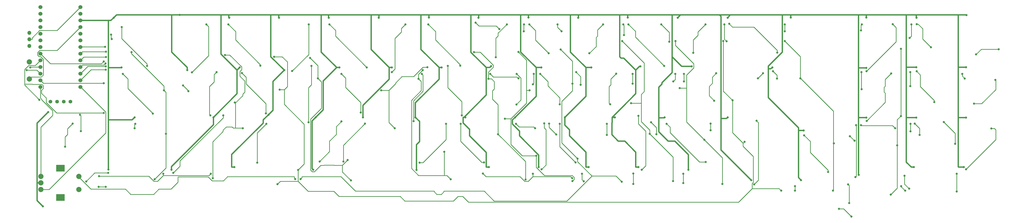
<source format=gtl>
G04 #@! TF.GenerationSoftware,KiCad,Pcbnew,(5.1.12)-1*
G04 #@! TF.CreationDate,2023-11-03T11:44:58+09:00*
G04 #@! TF.ProjectId,jtnk64w,6a746e6b-3634-4772-9e6b-696361645f70,rev?*
G04 #@! TF.SameCoordinates,Original*
G04 #@! TF.FileFunction,Copper,L1,Top*
G04 #@! TF.FilePolarity,Positive*
%FSLAX46Y46*%
G04 Gerber Fmt 4.6, Leading zero omitted, Abs format (unit mm)*
G04 Created by KiCad (PCBNEW (5.1.12)-1) date 2023-11-03 11:44:58*
%MOMM*%
%LPD*%
G01*
G04 APERTURE LIST*
G04 #@! TA.AperFunction,ComponentPad*
%ADD10C,1.524000*%
G04 #@! TD*
G04 #@! TA.AperFunction,ComponentPad*
%ADD11C,2.000000*%
G04 #@! TD*
G04 #@! TA.AperFunction,ComponentPad*
%ADD12R,3.200000X2.500000*%
G04 #@! TD*
G04 #@! TA.AperFunction,ComponentPad*
%ADD13C,1.397000*%
G04 #@! TD*
G04 #@! TA.AperFunction,ComponentPad*
%ADD14O,1.500000X1.500000*%
G04 #@! TD*
G04 #@! TA.AperFunction,ViaPad*
%ADD15C,0.800000*%
G04 #@! TD*
G04 #@! TA.AperFunction,Conductor*
%ADD16C,0.250000*%
G04 #@! TD*
G04 #@! TA.AperFunction,Conductor*
%ADD17C,0.500000*%
G04 #@! TD*
G04 APERTURE END LIST*
D10*
X43282400Y-35528200D03*
X43282400Y-38068200D03*
X43282400Y-40608200D03*
X43282400Y-43148200D03*
X43282400Y-45688200D03*
X43282400Y-48228200D03*
X43282400Y-50768200D03*
X43282400Y-53308200D03*
X43282400Y-55848200D03*
X43282400Y-58388200D03*
X43282400Y-60928200D03*
X43282400Y-63468200D03*
X28062400Y-63468200D03*
X28062400Y-60928200D03*
X28062400Y-58388200D03*
X28062400Y-55848200D03*
X28062400Y-53308200D03*
X28062400Y-50768200D03*
X28062400Y-48228200D03*
X28062400Y-45688200D03*
X28062400Y-43148200D03*
X28062400Y-40608200D03*
X28062400Y-38068200D03*
X28062400Y-35528200D03*
X28062400Y-32988200D03*
X43282400Y-32988200D03*
D11*
X23812500Y-53900000D03*
X23812500Y-60400000D03*
X42718800Y-102512000D03*
X42718800Y-97512000D03*
D12*
X35718800Y-105612000D03*
X35718800Y-94412000D03*
D11*
X28218800Y-102512000D03*
X28218800Y-100012000D03*
X28218800Y-97512000D03*
D13*
X39528800Y-69056200D03*
X36988800Y-69056200D03*
X34448800Y-69056200D03*
X31908800Y-69056200D03*
D14*
X23862500Y-47743800D03*
X23862500Y-45243800D03*
X23862500Y-42743800D03*
D15*
X52189200Y-73331800D03*
X216658200Y-79172700D03*
X209325300Y-77456700D03*
X27670000Y-68300000D03*
X24171700Y-55965500D03*
X230745800Y-98214100D03*
X93000900Y-96503500D03*
X74919300Y-96508200D03*
X50429200Y-97496500D03*
X196696600Y-96490700D03*
X215764400Y-96508500D03*
X356185100Y-101253300D03*
X357631700Y-102993400D03*
X55229600Y-45163900D03*
X55007200Y-43426500D03*
X203021700Y-41307100D03*
X193890700Y-38857000D03*
X52167500Y-53665900D03*
X210290300Y-60165900D03*
X199547200Y-58444200D03*
X52931500Y-101518900D03*
X50234300Y-101518900D03*
X82390000Y-62800000D03*
X84430000Y-65006800D03*
X212265500Y-42199800D03*
X212413600Y-39535500D03*
X215803300Y-62377400D03*
X216124300Y-58449100D03*
X224629900Y-81541400D03*
X221924100Y-77431700D03*
X235147700Y-99451900D03*
X234512300Y-96498200D03*
X226712000Y-42208000D03*
X225171500Y-39531100D03*
X234013000Y-62579400D03*
X232258600Y-57756200D03*
X243924400Y-81678600D03*
X243973500Y-77444500D03*
X254005800Y-100431000D03*
X254005800Y-96480000D03*
X250516600Y-43593100D03*
X250204900Y-39541300D03*
X253818800Y-62128800D03*
X253818800Y-58442600D03*
X262822600Y-81496500D03*
X260827700Y-76892300D03*
X273049000Y-100081000D03*
X273049000Y-96500800D03*
X267718700Y-46168800D03*
X264691300Y-39541300D03*
X273366600Y-61299500D03*
X273366600Y-58432400D03*
X283488900Y-79911800D03*
X283488900Y-77430800D03*
X288788300Y-39548500D03*
X289575200Y-45995010D03*
X301544800Y-60163000D03*
X303497500Y-58210300D03*
X315678100Y-102980300D03*
X315678100Y-101270400D03*
X311746800Y-42214100D03*
X311746800Y-39554600D03*
X340861000Y-41838900D03*
X341166600Y-39541300D03*
X341056700Y-64271500D03*
X340996600Y-57756200D03*
X353901800Y-79169300D03*
X340805600Y-77979500D03*
X338330800Y-83923600D03*
X336605700Y-82198500D03*
X336357900Y-107741000D03*
X335918800Y-100619000D03*
X359373000Y-44699900D03*
X360003600Y-39531100D03*
X359590700Y-63071800D03*
X359590700Y-57756200D03*
X359737700Y-77452600D03*
X359737700Y-80373000D03*
X359174900Y-102248800D03*
X357432600Y-97301400D03*
X380370400Y-60183700D03*
X379413500Y-58453700D03*
X376726000Y-85109700D03*
X372382300Y-76817500D03*
X377339100Y-103319400D03*
X377339100Y-96549990D03*
X81110000Y-35890000D03*
X84000000Y-57000000D03*
X100000000Y-37000000D03*
X104000000Y-56000000D03*
X94000000Y-75000000D03*
X78000000Y-95000000D03*
X119000000Y-37000000D03*
X115000000Y-74000000D03*
X102000000Y-94000000D03*
X138000000Y-37000000D03*
X142000000Y-56000000D03*
X133000000Y-75000000D03*
X132000000Y-95000000D03*
X157000000Y-37000000D03*
X162000000Y-56000000D03*
X151000000Y-75000000D03*
X176110000Y-36890000D03*
X181000000Y-56000000D03*
X171000000Y-75000000D03*
X195000000Y-37000000D03*
X190000000Y-75000000D03*
X199000000Y-94000000D03*
X214110000Y-36890000D03*
X219000000Y-56000000D03*
X209000000Y-75000000D03*
X218000000Y-94000000D03*
X233000000Y-37000000D03*
X238000000Y-56000000D03*
X228000000Y-75000000D03*
X237000000Y-94000000D03*
X251890000Y-36890000D03*
X247000000Y-75000000D03*
X256000000Y-94000000D03*
X266000000Y-75000000D03*
X271000000Y-37000000D03*
X275000000Y-95000000D03*
X290000000Y-37000000D03*
X290000000Y-75000000D03*
X299000000Y-99000000D03*
X314110000Y-36890000D03*
X307000000Y-56000000D03*
X319000000Y-80000000D03*
X318000000Y-99000000D03*
X342890000Y-36890000D03*
X342890000Y-56110000D03*
X342890000Y-75110000D03*
X340000000Y-97000000D03*
X362000000Y-37000000D03*
X361890000Y-55890000D03*
X361890000Y-75110000D03*
X361000000Y-94000000D03*
X380890000Y-55890000D03*
X380890000Y-75110000D03*
X380000000Y-94000000D03*
X29000000Y-109000000D03*
X64000000Y-75000000D03*
X59000000Y-56000000D03*
X53931800Y-94931800D03*
X56000000Y-37000000D03*
X31000000Y-73000000D03*
X381000000Y-36012910D03*
X120999980Y-57000000D03*
X171400000Y-95130000D03*
X199850000Y-55480000D03*
X256790000Y-55570000D03*
X276280000Y-55520000D03*
X40382600Y-77375100D03*
X37490790Y-86242710D03*
X53895900Y-96220900D03*
X45463200Y-99487600D03*
X64181800Y-77449300D03*
X63998000Y-79163400D03*
X59508000Y-58440700D03*
X70863700Y-73578100D03*
X59052300Y-40612600D03*
X68670100Y-55362800D03*
X85827200Y-57851400D03*
X91270400Y-39541300D03*
X92796500Y-74257600D03*
X95168300Y-57777400D03*
X78690700Y-96220900D03*
X97706000Y-74274300D03*
X114186900Y-77450000D03*
X110688500Y-92310100D03*
X104881300Y-58096900D03*
X114007900Y-73512400D03*
X99708600Y-39541300D03*
X111912500Y-55316700D03*
X130302700Y-39531100D03*
X124027080Y-57349410D03*
X130230400Y-76896600D03*
X131361000Y-55377400D03*
X134458900Y-91847000D03*
X142792100Y-76594000D03*
X151783300Y-77439400D03*
X143559300Y-91844800D03*
X142805300Y-58456700D03*
X150119500Y-73160300D03*
X138246500Y-39541300D03*
X152430900Y-55945900D03*
X162035400Y-57728000D03*
X167190900Y-39541300D03*
X170270800Y-76490600D03*
X173447300Y-58431200D03*
X172607600Y-92290700D03*
X182660300Y-77449400D03*
X188279600Y-77450600D03*
X197115500Y-92182300D03*
X183338000Y-55376800D03*
X188655400Y-74248800D03*
X175908600Y-39541300D03*
X188101000Y-55343100D03*
X205824200Y-39531100D03*
X201660000Y-52060000D03*
X209510900Y-70079500D03*
X209598800Y-58431200D03*
X219101600Y-94868100D03*
X220085200Y-77292800D03*
X232035800Y-92210300D03*
X226044990Y-77444700D03*
X218592900Y-58460500D03*
X226044990Y-70049600D03*
X214406700Y-39541300D03*
X221766100Y-50586600D03*
X237292900Y-50566300D03*
X242542500Y-39541300D03*
X245218100Y-70047300D03*
X247558000Y-58337300D03*
X257284300Y-95031200D03*
X256024500Y-74437600D03*
X266754300Y-77444300D03*
X281638200Y-92090100D03*
X270057500Y-58460800D03*
X269314200Y-61327900D03*
X252197400Y-39541300D03*
X265822200Y-55357700D03*
X276918900Y-50356700D03*
X281515000Y-39541300D03*
X284844100Y-68649500D03*
X285640600Y-58215700D03*
X300136400Y-100596000D03*
X301000400Y-76339700D03*
X319186900Y-81854800D03*
X328324900Y-95889200D03*
X307290900Y-57384500D03*
X308854000Y-60196300D03*
X290611600Y-39318200D03*
X308897000Y-50292900D03*
X342976100Y-57426700D03*
X352950800Y-39487400D03*
X343011000Y-76360800D03*
X352341700Y-58291300D03*
X338733800Y-97804000D03*
X338989600Y-77963900D03*
X361313100Y-77413500D03*
X363150900Y-81724000D03*
X362052000Y-57462600D03*
X368770000Y-69150000D03*
X362047200Y-39430900D03*
X367515200Y-48281300D03*
X384719600Y-50997200D03*
X393274300Y-49043100D03*
X383909100Y-69820300D03*
X392019900Y-60711800D03*
X380889300Y-94859800D03*
X390554700Y-79278900D03*
X43125500Y-74036900D03*
X43452800Y-80318900D03*
X249606400Y-99566700D03*
X226344900Y-49110100D03*
X230812800Y-62185300D03*
X232771600Y-90756090D03*
X125210000Y-98570000D03*
X127210000Y-98570000D03*
X249819700Y-45881300D03*
X71603200Y-98655000D03*
X75921900Y-81296100D03*
X269188500Y-99364400D03*
X260264400Y-81272500D03*
X253156000Y-69585600D03*
X52725200Y-48092300D03*
X75100700Y-64671200D03*
X62753400Y-50137100D03*
X102177800Y-69346300D03*
X287988000Y-100465000D03*
X281163300Y-83575800D03*
X105185700Y-79164500D03*
X271710800Y-63878100D03*
X98429900Y-51211500D03*
X53078600Y-49953800D03*
X93739000Y-98215100D03*
X270101082Y-45882488D03*
X53076900Y-52006500D03*
X288369400Y-45871900D03*
X118414900Y-100475900D03*
X310400500Y-103003100D03*
X119239900Y-64425700D03*
X296417000Y-84320100D03*
X291845400Y-68535800D03*
X117100100Y-51886800D03*
X126235900Y-95119800D03*
X330452800Y-84937200D03*
X145145900Y-91315900D03*
X52904300Y-54420700D03*
X311748300Y-45881700D03*
X133813800Y-60167600D03*
X130825000Y-52336900D03*
X317709100Y-60166900D03*
X330174400Y-102999800D03*
X146404300Y-99074990D03*
X52926000Y-55565100D03*
X175566800Y-55902800D03*
X163066300Y-79171000D03*
X157963300Y-64729800D03*
X184484300Y-98656200D03*
X356024800Y-48844800D03*
X352208300Y-104486700D03*
X354637800Y-85662900D03*
X52945000Y-56804800D03*
X356024800Y-74523400D03*
X172142900Y-60290500D03*
X181994900Y-88194979D03*
X173802610Y-56962710D03*
X337174700Y-112904700D03*
X332450000Y-109940000D03*
X202476400Y-81429000D03*
X198873300Y-60321100D03*
X22798500Y-57019000D03*
X193370300Y-50124700D03*
X212960400Y-98729010D03*
X230829700Y-99326900D03*
X217050300Y-89659000D03*
X52194100Y-62018500D03*
X205116200Y-75551300D03*
X214504900Y-64671200D03*
X210238800Y-50091700D03*
D16*
X209325300Y-77456700D02*
X210505900Y-78637300D01*
X210505900Y-78637300D02*
X216122800Y-78637300D01*
X216122800Y-78637300D02*
X216658200Y-79172700D01*
X25022100Y-62356600D02*
X22073400Y-62356600D01*
X25046699Y-62381199D02*
X25022100Y-62356600D01*
X29149401Y-62946439D02*
X28584161Y-62381199D01*
X29149401Y-63989961D02*
X29149401Y-62946439D01*
X28584161Y-64555201D02*
X29149401Y-63989961D01*
X28512410Y-64555201D02*
X28584161Y-64555201D01*
X28512410Y-65846910D02*
X28512410Y-64555201D01*
X28584161Y-62381199D02*
X25046699Y-62381199D01*
X30267300Y-67601800D02*
X28512410Y-65846910D01*
X30267300Y-69367300D02*
X30267300Y-67601800D01*
X34211800Y-73311800D02*
X30267300Y-69367300D01*
X52169200Y-73311800D02*
X34211800Y-73311800D01*
X52189200Y-73331800D02*
X52169200Y-73311800D01*
X28062400Y-53308200D02*
X26130200Y-55240400D01*
X26130200Y-55240400D02*
X23551700Y-55240400D01*
X23551700Y-55240400D02*
X22073400Y-56718700D01*
X22073400Y-62703400D02*
X27670000Y-68300000D01*
X22073400Y-56718700D02*
X22073400Y-62703400D01*
X24171700Y-55965500D02*
X24289000Y-55848200D01*
X24289000Y-55848200D02*
X28062400Y-55848200D01*
X215764400Y-97655900D02*
X230187600Y-97655900D01*
X230187600Y-97655900D02*
X230745800Y-98214100D01*
X215764400Y-97655900D02*
X215764400Y-96508500D01*
X74919300Y-97175000D02*
X74919500Y-97175200D01*
X74919500Y-97175200D02*
X92329200Y-97175200D01*
X92329200Y-97175200D02*
X93000900Y-96503500D01*
X74919300Y-97175000D02*
X72714200Y-99380100D01*
X72714200Y-99380100D02*
X71302900Y-99380100D01*
X71302900Y-99380100D02*
X69419300Y-97496500D01*
X69419300Y-97496500D02*
X50429200Y-97496500D01*
X74919300Y-96508200D02*
X74919300Y-97175000D01*
X356185100Y-101253300D02*
X356185100Y-101546800D01*
X356185100Y-101546800D02*
X357631700Y-102993400D01*
X196696600Y-96490700D02*
X197874900Y-97669000D01*
X210827386Y-97669000D02*
X212612398Y-99454012D01*
X197874900Y-97669000D02*
X210827386Y-97669000D01*
X212612398Y-99454012D02*
X213966288Y-99454012D01*
X213966288Y-99454012D02*
X215764400Y-97655900D01*
X55007200Y-43426500D02*
X55007200Y-44941500D01*
X55007200Y-44941500D02*
X55229600Y-45163900D01*
X193890700Y-38857000D02*
X195155700Y-40122000D01*
X195155700Y-40122000D02*
X201836600Y-40122000D01*
X201836600Y-40122000D02*
X203021700Y-41307100D01*
X199547200Y-58444200D02*
X200684600Y-59581600D01*
X200684600Y-59581600D02*
X209706000Y-59581600D01*
X209706000Y-59581600D02*
X210290300Y-60165900D01*
X51273400Y-54560000D02*
X52167500Y-53665900D01*
X28062400Y-50768200D02*
X31854200Y-54560000D01*
X31854200Y-54560000D02*
X51273400Y-54560000D01*
X52931500Y-101518900D02*
X50234300Y-101518900D01*
X82390000Y-62800000D02*
X84430000Y-64840000D01*
X84430000Y-64840000D02*
X84430000Y-65006800D01*
X212413600Y-39535500D02*
X212265500Y-39683600D01*
X212265500Y-39683600D02*
X212265500Y-42199800D01*
X216124300Y-58449100D02*
X216124300Y-62056400D01*
X216124300Y-62056400D02*
X215803300Y-62377400D01*
X221924100Y-77431700D02*
X221924100Y-78835600D01*
X221924100Y-78835600D02*
X224629900Y-81541400D01*
X234512300Y-96498200D02*
X234512300Y-98816500D01*
X234512300Y-98816500D02*
X235147700Y-99451900D01*
X225171500Y-39531100D02*
X225171500Y-40667500D01*
X225171500Y-40667500D02*
X226712000Y-42208000D01*
X234013000Y-62579400D02*
X234013000Y-59510600D01*
X234013000Y-59510600D02*
X232258600Y-57756200D01*
X243924400Y-81678600D02*
X243924400Y-77493600D01*
X243924400Y-77493600D02*
X243973500Y-77444500D01*
X254005800Y-96480000D02*
X254005800Y-100431000D01*
X250204900Y-39541300D02*
X250516600Y-39853000D01*
X250516600Y-39853000D02*
X250516600Y-43593100D01*
X253818800Y-58442600D02*
X253818800Y-62128800D01*
X260827700Y-76892300D02*
X262822600Y-78887200D01*
X262822600Y-78887200D02*
X262822600Y-81496500D01*
X273049000Y-96500800D02*
X273049000Y-100081000D01*
X264691300Y-39541300D02*
X267718700Y-42568700D01*
X267718700Y-42568700D02*
X267718700Y-46168800D01*
X273366600Y-58432400D02*
X273366600Y-61299500D01*
X283488900Y-77430800D02*
X283488900Y-79911800D01*
X288788300Y-45208110D02*
X289575200Y-45995010D01*
X288788300Y-39548500D02*
X288788300Y-45208110D01*
X303497500Y-58210300D02*
X301544800Y-60163000D01*
X315678100Y-101270400D02*
X315678100Y-102980300D01*
X311746800Y-42214100D02*
X311746800Y-39554600D01*
X341166600Y-39541300D02*
X340861000Y-39846900D01*
X340861000Y-39846900D02*
X340861000Y-41838900D01*
X341056700Y-64271500D02*
X340996600Y-64211400D01*
X340996600Y-64211400D02*
X340996600Y-57756200D01*
X353901800Y-79169300D02*
X352857700Y-78125200D01*
X352857700Y-78125200D02*
X340951300Y-78125200D01*
X340951300Y-78125200D02*
X340805600Y-77979500D01*
X336605700Y-82198500D02*
X338330800Y-83923600D01*
X336357900Y-107741000D02*
X336357900Y-101058100D01*
X336357900Y-101058100D02*
X335918800Y-100619000D01*
X360003600Y-39531100D02*
X360003600Y-44069300D01*
X360003600Y-44069300D02*
X359373000Y-44699900D01*
X359590700Y-63071800D02*
X359590700Y-57756200D01*
X359737700Y-80373000D02*
X359737700Y-77452600D01*
X357432600Y-97301400D02*
X357432600Y-100506500D01*
X357432600Y-100506500D02*
X359174900Y-102248800D01*
X379413500Y-58453700D02*
X379413500Y-59226800D01*
X379413500Y-59226800D02*
X380370400Y-60183700D01*
X372382300Y-76817500D02*
X376726000Y-81161200D01*
X376726000Y-81161200D02*
X376726000Y-85109700D01*
X377339100Y-103319400D02*
X377339100Y-96549990D01*
D17*
X43282400Y-38068200D02*
X53931800Y-38068200D01*
X43282300Y-38068200D02*
X43282400Y-38068200D01*
X361890000Y-35890000D02*
X377890000Y-35890000D01*
X358110000Y-35890000D02*
X361890000Y-35890000D01*
X287518000Y-75482500D02*
X289518000Y-75482500D01*
X289518000Y-75482500D02*
X290000000Y-75000000D01*
X286890000Y-35890000D02*
X287518000Y-36517500D01*
X287518000Y-36517500D02*
X287518000Y-75482500D01*
X290890000Y-35890000D02*
X310890000Y-35890000D01*
X286890000Y-35890000D02*
X290890000Y-35890000D01*
X271890000Y-35890000D02*
X286890000Y-35890000D01*
X268890000Y-35890000D02*
X271890000Y-35890000D01*
X233110000Y-35890000D02*
X248890000Y-35890000D01*
X230110000Y-35890000D02*
X233110000Y-35890000D01*
X195110000Y-35890000D02*
X211110000Y-35890000D01*
X192110000Y-35890000D02*
X195110000Y-35890000D01*
X157110000Y-35890000D02*
X173110000Y-35890000D01*
X154110000Y-35890000D02*
X157110000Y-35890000D01*
X137890000Y-35890000D02*
X154110000Y-35890000D01*
X135110000Y-35890000D02*
X137890000Y-35890000D01*
X118890000Y-35890000D02*
X135110000Y-35890000D01*
X115890000Y-35890000D02*
X118890000Y-35890000D01*
X96890000Y-35890000D02*
X99890000Y-35890000D01*
X96110000Y-35890000D02*
X96890000Y-35890000D01*
X99890000Y-35890000D02*
X115890000Y-35890000D01*
X305514000Y-56513700D02*
X305514000Y-67513700D01*
X305514000Y-67513700D02*
X317000000Y-79000000D01*
X317000000Y-79000000D02*
X317000000Y-80000000D01*
X310890000Y-35890000D02*
X310890000Y-50110000D01*
X310890000Y-50110000D02*
X305514000Y-55486300D01*
X305514000Y-55486300D02*
X305514000Y-56513700D01*
X81110000Y-35890000D02*
X96110000Y-35890000D01*
X78110000Y-35890000D02*
X81110000Y-35890000D01*
X115000000Y-74000000D02*
X113000000Y-76000000D01*
X113000000Y-76000000D02*
X113000000Y-77211000D01*
X113000000Y-77211000D02*
X101000000Y-89211000D01*
X101000000Y-89211000D02*
X101000000Y-94000000D01*
X101000000Y-94000000D02*
X102000000Y-94000000D01*
X133000000Y-75000000D02*
X132000000Y-76000000D01*
X132000000Y-76000000D02*
X131582000Y-76417500D01*
X131582000Y-76417500D02*
X131582000Y-94582500D01*
X131582000Y-94582500D02*
X132000000Y-95000000D01*
X141000000Y-56000000D02*
X135852000Y-61147500D01*
X135852000Y-61147500D02*
X135852000Y-72147500D01*
X135852000Y-72147500D02*
X133000000Y-75000000D01*
X176110000Y-35890000D02*
X192110000Y-35890000D01*
X173110000Y-35890000D02*
X176110000Y-35890000D01*
X180000000Y-56000000D02*
X180000000Y-60462500D01*
X180000000Y-60462500D02*
X171000000Y-69462500D01*
X171000000Y-69462500D02*
X171000000Y-75000000D01*
X192110000Y-35890000D02*
X192110000Y-50110000D01*
X192110000Y-50110000D02*
X192268000Y-50267500D01*
X192268000Y-50267500D02*
X198000000Y-56000000D01*
X214110000Y-35890000D02*
X230110000Y-35890000D01*
X211110000Y-35890000D02*
X214110000Y-35890000D01*
X217000000Y-56000000D02*
X217000000Y-67000000D01*
X217000000Y-67000000D02*
X209000000Y-75000000D01*
X211110000Y-35890000D02*
X211110000Y-50110000D01*
X211110000Y-50110000D02*
X217000000Y-56000000D01*
X209000000Y-75000000D02*
X208000000Y-76000000D01*
X208000000Y-76000000D02*
X208000000Y-77584000D01*
X208000000Y-77584000D02*
X210683000Y-80266500D01*
X210683000Y-80266500D02*
X210683000Y-82066500D01*
X210683000Y-82066500D02*
X218000000Y-89384000D01*
X218000000Y-89384000D02*
X218000000Y-94000000D01*
X236000000Y-56000000D02*
X236000000Y-67000000D01*
X236000000Y-67000000D02*
X228000000Y-75000000D01*
X230110000Y-35890000D02*
X230110000Y-50110000D01*
X230110000Y-50110000D02*
X236000000Y-56000000D01*
X228000000Y-75000000D02*
X228000000Y-78000000D01*
X228000000Y-78000000D02*
X229733000Y-79732500D01*
X229733000Y-79732500D02*
X229733000Y-82066500D01*
X229733000Y-82066500D02*
X236000000Y-88334000D01*
X236000000Y-88334000D02*
X236000000Y-94000000D01*
X236000000Y-94000000D02*
X237000000Y-94000000D01*
X251890000Y-35890000D02*
X268890000Y-35890000D01*
X248890000Y-35890000D02*
X251890000Y-35890000D01*
X255000000Y-57000000D02*
X255000000Y-66000000D01*
X255000000Y-66000000D02*
X249962000Y-71037500D01*
X249962000Y-71037500D02*
X246000000Y-75000000D01*
X248890000Y-35890000D02*
X248890000Y-51890000D01*
X248890000Y-51890000D02*
X249418000Y-52417500D01*
X249418000Y-52417500D02*
X250418000Y-52417500D01*
X250418000Y-52417500D02*
X255000000Y-57000000D01*
X246000000Y-75000000D02*
X246000000Y-77000000D01*
X246000000Y-77000000D02*
X245882000Y-77117500D01*
X245882000Y-77117500D02*
X245882000Y-81658500D01*
X245882000Y-81658500D02*
X248316000Y-84092500D01*
X248316000Y-84092500D02*
X250809000Y-84092500D01*
X250809000Y-84092500D02*
X255000000Y-88284000D01*
X255000000Y-88284000D02*
X255000000Y-94000000D01*
X255000000Y-94000000D02*
X256000000Y-94000000D01*
X314110000Y-35890000D02*
X339890000Y-35890000D01*
X310890000Y-35890000D02*
X314110000Y-35890000D01*
X317000000Y-80000000D02*
X317000000Y-98000000D01*
X317000000Y-98000000D02*
X318000000Y-99000000D01*
X342890000Y-35890000D02*
X358110000Y-35890000D01*
X339890000Y-35890000D02*
X342890000Y-35890000D01*
X339890000Y-56110000D02*
X339890000Y-75110000D01*
X339890000Y-35890000D02*
X339890000Y-56110000D01*
X358110000Y-55890000D02*
X358110000Y-75110000D01*
X358110000Y-35890000D02*
X358110000Y-55890000D01*
X377890000Y-55890000D02*
X377890000Y-75110000D01*
X377890000Y-35890000D02*
X377890000Y-55890000D01*
X53931800Y-75931800D02*
X53931800Y-94931800D01*
X53931800Y-56068200D02*
X53931800Y-75931800D01*
X81110000Y-35890000D02*
X81000000Y-36000000D01*
X78110000Y-35890000D02*
X78110000Y-50110000D01*
X78110000Y-50110000D02*
X84000000Y-56000000D01*
X84000000Y-56000000D02*
X84000000Y-57000000D01*
X56000000Y-37000000D02*
X57110000Y-35890000D01*
X57110000Y-35890000D02*
X78110000Y-35890000D01*
X99890000Y-35890000D02*
X99890000Y-36890000D01*
X99890000Y-36890000D02*
X100000000Y-37000000D01*
X103000000Y-57000000D02*
X104000000Y-56000000D01*
X78000000Y-95000000D02*
X78000000Y-93841800D01*
X78000000Y-93841800D02*
X94000000Y-77841800D01*
X94000000Y-77841800D02*
X94000000Y-75000000D01*
X94000000Y-75000000D02*
X103000000Y-66000000D01*
X103000000Y-66000000D02*
X103000000Y-57000000D01*
X103000000Y-57000000D02*
X96890000Y-50890000D01*
X96890000Y-50890000D02*
X96890000Y-35890000D01*
X96110000Y-35890000D02*
X96890000Y-35890000D01*
X96890000Y-35890000D02*
X97000000Y-36000000D01*
X118890000Y-35890000D02*
X118890000Y-36890000D01*
X118890000Y-36890000D02*
X119000000Y-37000000D01*
X115890000Y-35890000D02*
X115890000Y-51890000D01*
X115890000Y-51890000D02*
X121000000Y-57000000D01*
X137890000Y-35890000D02*
X137890000Y-36890000D01*
X137890000Y-36890000D02*
X138000000Y-37000000D01*
X141000000Y-56000000D02*
X142000000Y-56000000D01*
X135110000Y-35890000D02*
X135110000Y-50110000D01*
X135110000Y-50110000D02*
X141000000Y-56000000D01*
X157110000Y-35890000D02*
X157110000Y-36890000D01*
X157110000Y-36890000D02*
X157000000Y-37000000D01*
X161000000Y-56000000D02*
X162000000Y-56000000D01*
X161000000Y-56000000D02*
X161000000Y-60462500D01*
X161000000Y-60462500D02*
X151000000Y-70462500D01*
X151000000Y-70462500D02*
X151000000Y-75000000D01*
X154110000Y-35890000D02*
X154110000Y-49110000D01*
X154110000Y-49110000D02*
X161000000Y-56000000D01*
X176110000Y-35890000D02*
X176110000Y-36890000D01*
X180000000Y-56000000D02*
X181000000Y-56000000D01*
X173110000Y-35890000D02*
X173110000Y-49110000D01*
X173110000Y-49110000D02*
X180000000Y-56000000D01*
X195110000Y-35890000D02*
X195110000Y-36890000D01*
X195110000Y-36890000D02*
X195000000Y-37000000D01*
X189153000Y-75000000D02*
X190000000Y-75000000D01*
X189153000Y-75000000D02*
X189153000Y-77152700D01*
X189153000Y-77152700D02*
X191633000Y-79632500D01*
X191633000Y-79632500D02*
X191633000Y-82066500D01*
X191633000Y-82066500D02*
X198000000Y-88434000D01*
X198000000Y-88434000D02*
X198000000Y-94000000D01*
X198000000Y-94000000D02*
X199000000Y-94000000D01*
X214110000Y-35890000D02*
X214110000Y-36890000D01*
X217000000Y-56000000D02*
X219000000Y-56000000D01*
X233110000Y-35890000D02*
X233110000Y-36890000D01*
X233110000Y-36890000D02*
X233000000Y-37000000D01*
X236000000Y-56000000D02*
X238000000Y-56000000D01*
X251890000Y-35890000D02*
X251890000Y-36890000D01*
X246000000Y-75000000D02*
X247000000Y-75000000D01*
X263797000Y-75202500D02*
X265797000Y-75202500D01*
X265797000Y-75202500D02*
X266000000Y-75000000D01*
X268890000Y-51890000D02*
X268890000Y-57894000D01*
X268890000Y-57894000D02*
X265000000Y-61784000D01*
X265000000Y-61784000D02*
X265000000Y-62314000D01*
X265000000Y-62314000D02*
X263797000Y-63516500D01*
X263797000Y-63516500D02*
X263797000Y-75202500D01*
X263797000Y-75202500D02*
X263797000Y-80523500D01*
X263797000Y-80523500D02*
X267366000Y-84092500D01*
X267366000Y-84092500D02*
X269859000Y-84092500D01*
X269859000Y-84092500D02*
X275000000Y-89234000D01*
X275000000Y-89234000D02*
X275000000Y-95000000D01*
X271890000Y-35890000D02*
X271890000Y-36110000D01*
X271890000Y-36110000D02*
X271000000Y-37000000D01*
X268890000Y-35890000D02*
X268890000Y-51890000D01*
X290890000Y-35890000D02*
X290890000Y-36110000D01*
X290890000Y-36110000D02*
X290000000Y-37000000D01*
X287518000Y-75482500D02*
X287518000Y-87517500D01*
X287518000Y-87517500D02*
X299000000Y-99000000D01*
X314110000Y-35890000D02*
X314110000Y-36890000D01*
X305514000Y-56513700D02*
X306486000Y-56513700D01*
X306486000Y-56513700D02*
X307000000Y-56000000D01*
X317000000Y-80000000D02*
X319000000Y-80000000D01*
X342890000Y-35890000D02*
X342890000Y-36890000D01*
X339890000Y-56110000D02*
X342890000Y-56110000D01*
X339890000Y-75110000D02*
X339890000Y-96890000D01*
X339890000Y-96890000D02*
X340000000Y-97000000D01*
X339890000Y-75110000D02*
X342890000Y-75110000D01*
X361890000Y-35890000D02*
X361890000Y-36890000D01*
X361890000Y-36890000D02*
X362000000Y-37000000D01*
X358110000Y-55890000D02*
X361890000Y-55890000D01*
X358110000Y-75110000D02*
X358110000Y-92110000D01*
X358110000Y-92110000D02*
X360000000Y-94000000D01*
X360000000Y-94000000D02*
X361000000Y-94000000D01*
X358110000Y-75110000D02*
X361890000Y-75110000D01*
X377890000Y-55890000D02*
X380890000Y-55890000D01*
X377890000Y-75110000D02*
X377890000Y-93890000D01*
X377890000Y-93890000D02*
X378000000Y-94000000D01*
X378000000Y-94000000D02*
X380000000Y-94000000D01*
X377890000Y-75110000D02*
X380890000Y-75110000D01*
X27000000Y-100000000D02*
X28206200Y-100000000D01*
X28206200Y-100000000D02*
X28218800Y-100012000D01*
X27000000Y-100000000D02*
X26768700Y-99768700D01*
X26768700Y-99768700D02*
X26768700Y-100231000D01*
X27000000Y-100000000D02*
X26768700Y-100231000D01*
X26768700Y-100231000D02*
X26768700Y-106769000D01*
X26768700Y-106769000D02*
X29000000Y-109000000D01*
X53931800Y-75931800D02*
X63068200Y-75931800D01*
X63068200Y-75931800D02*
X64000000Y-75000000D01*
X53931800Y-56068200D02*
X58931800Y-56068200D01*
X58931800Y-56068200D02*
X59000000Y-56000000D01*
X53931800Y-38068200D02*
X53931800Y-56068200D01*
X53931800Y-38068200D02*
X54931800Y-38068200D01*
X54931800Y-38068200D02*
X56000000Y-37000000D01*
X26768700Y-99768700D02*
X26768700Y-77231300D01*
X26768700Y-77231300D02*
X30600001Y-73399999D01*
X30600001Y-73399999D02*
X31000000Y-73000000D01*
X377890000Y-35890000D02*
X380877090Y-35890000D01*
X380877090Y-35890000D02*
X381000000Y-36012910D01*
X121000000Y-57000000D02*
X120999980Y-57000000D01*
X172583000Y-84246500D02*
X171400000Y-85429500D01*
X171000000Y-75000000D02*
X172583000Y-76583000D01*
X172583000Y-76583000D02*
X172583000Y-84246500D01*
X171400000Y-85429500D02*
X171400000Y-95130000D01*
X199330000Y-56000000D02*
X199850000Y-55480000D01*
X198000000Y-56000000D02*
X199330000Y-56000000D01*
X255000000Y-57000000D02*
X256430000Y-55570000D01*
X256430000Y-55570000D02*
X256790000Y-55570000D01*
X268890000Y-51890000D02*
X272520000Y-55520000D01*
X272520000Y-55520000D02*
X276280000Y-55520000D01*
X116680000Y-72320000D02*
X115000000Y-74000000D01*
X116680000Y-61320000D02*
X116680000Y-72320000D01*
X121000000Y-57000000D02*
X116680000Y-61320000D01*
X189510000Y-75000000D02*
X189153000Y-75000000D01*
X198000000Y-66510000D02*
X189510000Y-75000000D01*
X198000000Y-56000000D02*
X198000000Y-66510000D01*
D16*
X23862500Y-45243800D02*
X24937600Y-45243800D01*
X24937600Y-45243800D02*
X24937600Y-44706300D01*
X24937600Y-44706300D02*
X27765700Y-41878200D01*
X27765700Y-41878200D02*
X34392400Y-41878200D01*
X34392400Y-41878200D02*
X43282400Y-32988200D01*
X38428900Y-81555800D02*
X37490790Y-82493910D01*
X38428900Y-79328800D02*
X38428900Y-81555800D01*
X40382600Y-77375100D02*
X38428900Y-79328800D01*
X37490790Y-82493910D02*
X37490790Y-86242710D01*
X53895900Y-96220900D02*
X48729900Y-96220900D01*
X48729900Y-96220900D02*
X45463200Y-99487600D01*
X63998000Y-79163400D02*
X63998000Y-77633100D01*
X63998000Y-77633100D02*
X64181800Y-77449300D01*
X70863700Y-73578100D02*
X70863700Y-73465200D01*
X70863700Y-73465200D02*
X61461000Y-64062500D01*
X61461000Y-64062500D02*
X61461000Y-60393700D01*
X61461000Y-60393700D02*
X59508000Y-58440700D01*
X59052300Y-40612600D02*
X59052300Y-44969700D01*
X59052300Y-44969700D02*
X68670100Y-54587500D01*
X68670100Y-54587500D02*
X68670100Y-55362800D01*
X91270400Y-39541300D02*
X92159400Y-40430300D01*
X92159400Y-40430300D02*
X92159400Y-51519200D01*
X92159400Y-51519200D02*
X85827200Y-57851400D01*
X92796500Y-74257600D02*
X92470700Y-73931800D01*
X92470700Y-73931800D02*
X92470700Y-63232700D01*
X92470700Y-63232700D02*
X94242300Y-61461100D01*
X94242300Y-61461100D02*
X94242300Y-58703400D01*
X94242300Y-58703400D02*
X95168300Y-57777400D01*
X78690700Y-96220900D02*
X81268600Y-93643000D01*
X81268600Y-93643000D02*
X81268600Y-91632300D01*
X81268600Y-91632300D02*
X97706000Y-75194900D01*
X97706000Y-75194900D02*
X97706000Y-74274300D01*
X110688500Y-92310100D02*
X110688500Y-80948400D01*
X110688500Y-80948400D02*
X114186900Y-77450000D01*
X104881300Y-58096900D02*
X106449000Y-59664600D01*
X106449000Y-59664600D02*
X106449000Y-62209200D01*
X106449000Y-62209200D02*
X114007800Y-69768000D01*
X114007800Y-69768000D02*
X114007800Y-73512400D01*
X114007800Y-73512400D02*
X114007900Y-73512400D01*
X111912500Y-55316700D02*
X111912500Y-54967400D01*
X111912500Y-54967400D02*
X102449800Y-45504700D01*
X102449800Y-45504700D02*
X102449800Y-42282500D01*
X102449800Y-42282500D02*
X99708600Y-39541300D01*
X130302700Y-51073790D02*
X124027080Y-57349410D01*
X130302700Y-39531100D02*
X130302700Y-51073790D01*
X131361000Y-55377400D02*
X131361000Y-62592100D01*
X131361000Y-62592100D02*
X130230400Y-63722700D01*
X130230400Y-63722700D02*
X130230400Y-76896600D01*
X142792100Y-76594000D02*
X140822100Y-78564000D01*
X140822100Y-78564000D02*
X140822100Y-81555800D01*
X140822100Y-81555800D02*
X138248400Y-84129500D01*
X138248400Y-84129500D02*
X138248400Y-88057500D01*
X138248400Y-88057500D02*
X134458900Y-91847000D01*
X143559300Y-91844800D02*
X143559300Y-85663400D01*
X143559300Y-85663400D02*
X151783300Y-77439400D01*
X142805300Y-58456700D02*
X144391000Y-60042400D01*
X144391000Y-60042400D02*
X144391000Y-63632900D01*
X144391000Y-63632900D02*
X150119500Y-69361400D01*
X150119500Y-69361400D02*
X150119500Y-73160300D01*
X152430900Y-55945900D02*
X140549800Y-44064800D01*
X140549800Y-44064800D02*
X140549800Y-41844600D01*
X140549800Y-41844600D02*
X138246500Y-39541300D01*
X167190900Y-39541300D02*
X165679800Y-41052400D01*
X165679800Y-41052400D02*
X165679800Y-42411100D01*
X165679800Y-42411100D02*
X163227100Y-44863800D01*
X163227100Y-44863800D02*
X163227100Y-56536300D01*
X163227100Y-56536300D02*
X162035400Y-57728000D01*
X170270800Y-76490600D02*
X170270800Y-68656000D01*
X173847299Y-65079501D02*
X173847299Y-58831199D01*
X170270800Y-68656000D02*
X173847299Y-65079501D01*
X173847299Y-58831199D02*
X173447300Y-58431200D01*
X182660300Y-77449400D02*
X182660300Y-83467600D01*
X182660300Y-83467600D02*
X173837200Y-92290700D01*
X173837200Y-92290700D02*
X172607600Y-92290700D01*
X197115500Y-92182300D02*
X196280600Y-92182300D01*
X196280600Y-92182300D02*
X188279600Y-84181300D01*
X188279600Y-84181300D02*
X188279600Y-77450600D01*
X183338000Y-55376800D02*
X183338000Y-63712500D01*
X183338000Y-63712500D02*
X188655300Y-69029800D01*
X188655300Y-69029800D02*
X188655300Y-74248800D01*
X188655300Y-74248800D02*
X188655400Y-74248800D01*
X188101000Y-55343100D02*
X188101000Y-54955800D01*
X188101000Y-54955800D02*
X178649800Y-45504600D01*
X178649800Y-45504600D02*
X178649800Y-42282500D01*
X178649800Y-42282500D02*
X175908600Y-39541300D01*
X205824200Y-39531100D02*
X202460200Y-42895100D01*
X202460200Y-42895100D02*
X202460200Y-43970500D01*
X202460200Y-43970500D02*
X201660000Y-44770700D01*
X201660000Y-44770700D02*
X201660000Y-52060000D01*
X209598800Y-58431200D02*
X211209200Y-60041600D01*
X211209200Y-60041600D02*
X211209200Y-68381200D01*
X211209200Y-68381200D02*
X209510900Y-70079500D01*
X220085200Y-77292800D02*
X220085200Y-78995900D01*
X220085200Y-78995900D02*
X220742400Y-79653100D01*
X220742400Y-79653100D02*
X220742400Y-93227300D01*
X220742400Y-93227300D02*
X219101600Y-94868100D01*
X226044990Y-86219490D02*
X226044990Y-77444700D01*
X232035800Y-92210300D02*
X226044990Y-86219490D01*
X221512999Y-63028501D02*
X226044990Y-67560492D01*
X221512999Y-61380599D02*
X221512999Y-63028501D01*
X218592900Y-58460500D02*
X221512999Y-61380599D01*
X226044990Y-67560492D02*
X226044990Y-70049600D01*
X221766100Y-50586600D02*
X216749800Y-45570300D01*
X216749800Y-45570300D02*
X216749800Y-41884400D01*
X216749800Y-41884400D02*
X214406700Y-39541300D01*
X239860000Y-47999200D02*
X237292900Y-50566300D01*
X239860000Y-44568502D02*
X239860000Y-47999200D01*
X240450001Y-43978501D02*
X239860000Y-44568502D01*
X240450001Y-41633799D02*
X240450001Y-43978501D01*
X242542500Y-39541300D02*
X240450001Y-41633799D01*
X247558000Y-58337300D02*
X245491600Y-60403700D01*
X245491600Y-60403700D02*
X245491600Y-62597300D01*
X245491600Y-62597300D02*
X244833800Y-63255100D01*
X244833800Y-63255100D02*
X244833800Y-69663000D01*
X244833800Y-69663000D02*
X245218100Y-70047300D01*
X256024500Y-74437600D02*
X256024500Y-77511800D01*
X256024500Y-77511800D02*
X258817200Y-80304500D01*
X258817200Y-80304500D02*
X258817200Y-93498300D01*
X258817200Y-93498300D02*
X257284300Y-95031200D01*
X266754300Y-77444300D02*
X268056000Y-78746000D01*
X268056000Y-78746000D02*
X268056000Y-80866900D01*
X268056000Y-80866900D02*
X279279200Y-92090100D01*
X279279200Y-92090100D02*
X281638200Y-92090100D01*
X269314200Y-61327900D02*
X270057500Y-60584600D01*
X270057500Y-60584600D02*
X270057500Y-58460800D01*
X252197400Y-39541300D02*
X254849800Y-42193700D01*
X254849800Y-42193700D02*
X254849800Y-44385300D01*
X254849800Y-44385300D02*
X265822200Y-55357700D01*
X281515000Y-39541300D02*
X278660200Y-42396100D01*
X278660200Y-42396100D02*
X278660200Y-43730700D01*
X278660200Y-43730700D02*
X276918900Y-45472000D01*
X276918900Y-45472000D02*
X276918900Y-50356700D01*
X284844100Y-68649500D02*
X282961100Y-66766500D01*
X282961100Y-66766500D02*
X282961100Y-63227800D01*
X282961100Y-63227800D02*
X284187300Y-62001600D01*
X284187300Y-62001600D02*
X284187300Y-59669000D01*
X284187300Y-59669000D02*
X285640600Y-58215700D01*
X301000400Y-76339700D02*
X301700900Y-77040200D01*
X301700900Y-77040200D02*
X301700900Y-99031500D01*
X301700900Y-99031500D02*
X300136400Y-100596000D01*
X328324900Y-95889200D02*
X328324900Y-95167300D01*
X328324900Y-95167300D02*
X321524800Y-88367200D01*
X321524800Y-88367200D02*
X321524800Y-84192700D01*
X321524800Y-84192700D02*
X319186900Y-81854800D01*
X308854000Y-60196300D02*
X308854000Y-58947600D01*
X308854000Y-58947600D02*
X307290900Y-57384500D01*
X290611600Y-39318200D02*
X291830700Y-40537300D01*
X291830700Y-40537300D02*
X299986300Y-40537300D01*
X299986300Y-40537300D02*
X308897000Y-49448000D01*
X308897000Y-49448000D02*
X308897000Y-50292900D01*
X354230000Y-46172800D02*
X342976100Y-57426700D01*
X354230000Y-40766600D02*
X354230000Y-46172800D01*
X352950800Y-39487400D02*
X354230000Y-40766600D01*
X350090000Y-69281800D02*
X343011000Y-76360800D01*
X350090000Y-65771502D02*
X350090000Y-69281800D01*
X349646999Y-65328501D02*
X350090000Y-65771502D01*
X350090000Y-60543000D02*
X350090000Y-63133498D01*
X349646999Y-63576499D02*
X349646999Y-65328501D01*
X350090000Y-63133498D02*
X349646999Y-63576499D01*
X352341700Y-58291300D02*
X350090000Y-60543000D01*
X338989600Y-77963900D02*
X339056000Y-78030300D01*
X339056000Y-78030300D02*
X339056000Y-97481800D01*
X339056000Y-97481800D02*
X338733800Y-97804000D01*
X363150900Y-81724000D02*
X363150900Y-79251300D01*
X363150900Y-79251300D02*
X361313100Y-77413500D01*
X363465000Y-63279315D02*
X368770000Y-68584315D01*
X368770000Y-68584315D02*
X368770000Y-69150000D01*
X363465000Y-58875600D02*
X363465000Y-63279315D01*
X362052000Y-57462600D02*
X363465000Y-58875600D01*
X367515200Y-48281300D02*
X364351900Y-45118000D01*
X364351900Y-45118000D02*
X364351900Y-41167400D01*
X364351900Y-41167400D02*
X362615400Y-39430900D01*
X362615400Y-39430900D02*
X362047200Y-39430900D01*
X393274300Y-49043100D02*
X386673700Y-49043100D01*
X386673700Y-49043100D02*
X384719600Y-50997200D01*
X383909100Y-69820300D02*
X386795500Y-69820300D01*
X386795500Y-69820300D02*
X392190900Y-64424900D01*
X392190900Y-64424900D02*
X392190900Y-60882800D01*
X392190900Y-60882800D02*
X392019900Y-60711800D01*
X392217800Y-83531300D02*
X380889300Y-94859800D01*
X392217800Y-79807800D02*
X392217800Y-83531300D01*
X391688900Y-79278900D02*
X392217800Y-79807800D01*
X390554700Y-79278900D02*
X391688900Y-79278900D01*
X43452800Y-80318900D02*
X43452800Y-74364200D01*
X43452800Y-74364200D02*
X43125500Y-74036900D01*
X230812800Y-62185300D02*
X230812800Y-53578000D01*
X230812800Y-53578000D02*
X226344900Y-49110100D01*
X238249100Y-97409500D02*
X247449200Y-97409500D01*
X247449200Y-97409500D02*
X249606400Y-99566700D01*
X232771600Y-91932000D02*
X232771600Y-90756090D01*
X230812800Y-62185300D02*
X230812800Y-64889700D01*
X238249100Y-97409500D02*
X232771600Y-91932000D01*
X226770000Y-84754490D02*
X232771600Y-90756090D01*
X230812800Y-64889700D02*
X226770000Y-68932500D01*
X226770000Y-68932500D02*
X226770000Y-84754490D01*
X124171300Y-97668700D02*
X124170000Y-97670000D01*
X124211300Y-97668700D02*
X124171300Y-97668700D01*
X124848700Y-97668700D02*
X124848700Y-98208700D01*
X124848700Y-97668700D02*
X124211300Y-97668700D01*
X124848700Y-98208700D02*
X125210000Y-98570000D01*
X127708700Y-97668700D02*
X127708700Y-98071300D01*
X142621300Y-97668700D02*
X127708700Y-97668700D01*
X148102600Y-103150000D02*
X142621300Y-97668700D01*
X178196999Y-103150000D02*
X148102600Y-103150000D01*
X178196999Y-103428001D02*
X178196999Y-103150000D01*
X127708700Y-98071300D02*
X127210000Y-98570000D01*
X228739000Y-106919600D02*
X200969800Y-106919600D01*
X200969800Y-106919600D02*
X197200200Y-103150000D01*
X179145999Y-104377001D02*
X178196999Y-103428001D01*
X181847001Y-103428001D02*
X180898001Y-104377001D01*
X238249100Y-97409500D02*
X228739000Y-106919600D01*
X197200200Y-103150000D02*
X181847001Y-103150000D01*
X181847001Y-103150000D02*
X181847001Y-103428001D01*
X180898001Y-104377001D02*
X179145999Y-104377001D01*
X47319500Y-102390200D02*
X42718800Y-97789500D01*
X124211300Y-97668700D02*
X99356900Y-97668700D01*
X60460000Y-102390200D02*
X47319500Y-102390200D01*
X99356900Y-97668700D02*
X97795600Y-99230000D01*
X93546900Y-99230000D02*
X92003100Y-97686200D01*
X97795600Y-99230000D02*
X93546900Y-99230000D01*
X80505000Y-97775000D02*
X80505000Y-99731802D01*
X80593800Y-97686200D02*
X80505000Y-97775000D01*
X71232999Y-104377001D02*
X62446801Y-104377001D01*
X92003100Y-97686200D02*
X80593800Y-97686200D01*
X80505000Y-99731802D02*
X77846602Y-102390200D01*
X62446801Y-104377001D02*
X60460000Y-102390200D01*
X77846602Y-102390200D02*
X73219800Y-102390200D01*
X42718800Y-97789500D02*
X42718800Y-97512000D01*
X73219800Y-102390200D02*
X71232999Y-104377001D01*
X31348000Y-102512000D02*
X28218800Y-102512000D01*
X52940800Y-80919200D02*
X31348000Y-102512000D01*
X52940800Y-73000300D02*
X52940800Y-80919200D01*
X43408700Y-63468200D02*
X52940800Y-73000300D01*
X43282400Y-63468200D02*
X43408700Y-63468200D01*
X28062400Y-67619398D02*
X28505001Y-68061999D01*
X28062400Y-63468200D02*
X28062400Y-67619398D01*
X32707400Y-74292600D02*
X28218800Y-78781200D01*
X28218800Y-78781200D02*
X28218800Y-97512000D01*
X28505001Y-68291999D02*
X32707400Y-72494398D01*
X28505001Y-68061999D02*
X28505001Y-68291999D01*
X32707400Y-72494398D02*
X32707400Y-74292600D01*
X257049400Y-69585600D02*
X253156000Y-69585600D01*
X257049400Y-69585600D02*
X257049400Y-66301100D01*
X257049400Y-66301100D02*
X258193100Y-65157400D01*
X258193100Y-65157400D02*
X258193100Y-54254700D01*
X258193100Y-54254700D02*
X249819700Y-45881300D01*
X257049400Y-69585600D02*
X257049400Y-76612800D01*
X257049400Y-76612800D02*
X260264400Y-79827800D01*
X260264400Y-79827800D02*
X260264400Y-81272500D01*
X62753400Y-50137100D02*
X62753400Y-50753800D01*
X62753400Y-50753800D02*
X75100700Y-63101100D01*
X75100700Y-63101100D02*
X75100700Y-64671200D01*
X260264400Y-81272500D02*
X269188500Y-90196600D01*
X269188500Y-90196600D02*
X269188500Y-99364400D01*
X71603200Y-98655000D02*
X75921900Y-94336300D01*
X75921900Y-94336300D02*
X75921900Y-81296100D01*
X75100700Y-64671200D02*
X75921900Y-65492400D01*
X75921900Y-65492400D02*
X75921900Y-81296100D01*
X52725200Y-48092300D02*
X43418300Y-48092300D01*
X43418300Y-48092300D02*
X43282400Y-48228200D01*
X102410400Y-79104400D02*
X102410400Y-69464700D01*
X102410400Y-69464700D02*
X102296200Y-69464700D01*
X102296200Y-69464700D02*
X102177800Y-69346300D01*
X287988000Y-100465000D02*
X287988000Y-90400500D01*
X287988000Y-90400500D02*
X281163300Y-83575800D01*
X274388400Y-63878100D02*
X274388400Y-76800900D01*
X274388400Y-76800900D02*
X281163300Y-83575800D01*
X271710800Y-63878100D02*
X274388400Y-63878100D01*
X102410400Y-79104400D02*
X105125600Y-79104400D01*
X105125600Y-79104400D02*
X105185700Y-79164500D01*
X53078600Y-49953800D02*
X44096800Y-49953800D01*
X44096800Y-49953800D02*
X43282400Y-50768200D01*
X270101082Y-47558582D02*
X270101082Y-45882488D01*
X277095002Y-54552502D02*
X270101082Y-47558582D01*
X274388400Y-58824604D02*
X277095002Y-56118002D01*
X274388400Y-63878100D02*
X274388400Y-58824604D01*
X277095002Y-56118002D02*
X277095002Y-54552502D01*
X104754300Y-55725800D02*
X100240000Y-51211500D01*
X104754300Y-56861100D02*
X104754300Y-55725800D01*
X104083300Y-57532100D02*
X104754300Y-56861100D01*
X100240000Y-51211500D02*
X98429900Y-51211500D01*
X105930000Y-61184500D02*
X104083300Y-59337800D01*
X105930000Y-65359498D02*
X105930000Y-61184500D01*
X105172999Y-66116499D02*
X105930000Y-65359498D01*
X105172999Y-66702101D02*
X105172999Y-66116499D01*
X104083300Y-59337800D02*
X104083300Y-57532100D01*
X102410400Y-69464700D02*
X105172999Y-66702101D01*
X101594902Y-79104400D02*
X102410400Y-79104400D01*
X101128001Y-78637499D02*
X101594902Y-79104400D01*
X98895999Y-78637499D02*
X101128001Y-78637499D01*
X97686999Y-80373001D02*
X97686999Y-79846499D01*
X97686999Y-79846499D02*
X98895999Y-78637499D01*
X93739000Y-84321000D02*
X97686999Y-80373001D01*
X93739000Y-98215100D02*
X93739000Y-84321000D01*
X43282400Y-53308200D02*
X44584100Y-52006500D01*
X44584100Y-52006500D02*
X53076900Y-52006500D01*
X291845400Y-68535800D02*
X288369400Y-65059800D01*
X288369400Y-65059800D02*
X288369400Y-45871900D01*
X295866500Y-84870600D02*
X291845400Y-80849600D01*
X291845400Y-80849600D02*
X291845400Y-68535800D01*
X119239900Y-64425700D02*
X121010200Y-64425700D01*
X121010200Y-64425700D02*
X121010200Y-70074700D01*
X121010200Y-70074700D02*
X128560200Y-77624700D01*
X128560200Y-77624700D02*
X128560200Y-92795500D01*
X128560200Y-92795500D02*
X126235900Y-95119800D01*
X299361100Y-102193500D02*
X309590900Y-102193500D01*
X309590900Y-102193500D02*
X310400500Y-103003100D01*
X126235900Y-99373800D02*
X119517000Y-99373800D01*
X119517000Y-99373800D02*
X118414900Y-100475900D01*
X126235900Y-95119800D02*
X126235900Y-99373800D01*
X299361100Y-102193500D02*
X299361100Y-100242600D01*
X299361100Y-100242600D02*
X299732800Y-99870900D01*
X299732800Y-99870900D02*
X299732800Y-89920400D01*
X299732800Y-89920400D02*
X295866400Y-86054000D01*
X295866400Y-86054000D02*
X295866400Y-84870700D01*
X295866400Y-84870700D02*
X295866500Y-84870600D01*
X295866500Y-84870600D02*
X296417000Y-84320100D01*
X120219804Y-51886800D02*
X117100100Y-51886800D01*
X122182800Y-63253100D02*
X122182800Y-53849796D01*
X122182800Y-53849796D02*
X120219804Y-51886800D01*
X121010200Y-64425700D02*
X122182800Y-63253100D01*
X150900001Y-105161999D02*
X150918013Y-105180011D01*
X294184900Y-107369700D02*
X299361100Y-102193500D01*
X139930798Y-103261800D02*
X141830997Y-105161999D01*
X163423999Y-105161999D02*
X165200001Y-105161999D01*
X150918013Y-105180011D02*
X163405987Y-105180011D01*
X166955003Y-106917001D02*
X185468997Y-106917001D01*
X189000001Y-105161999D02*
X191207702Y-107369700D01*
X165200001Y-105161999D02*
X166955003Y-106917001D01*
X130123900Y-103261800D02*
X139930798Y-103261800D01*
X187223999Y-105161999D02*
X189000001Y-105161999D01*
X163405987Y-105180011D02*
X163423999Y-105161999D01*
X191207702Y-107369700D02*
X294184900Y-107369700D01*
X141830997Y-105161999D02*
X150900001Y-105161999D01*
X126235900Y-99373800D02*
X130123900Y-103261800D01*
X185468997Y-106917001D02*
X187223999Y-105161999D01*
X330452800Y-84937200D02*
X330323300Y-84937200D01*
X330323300Y-84937200D02*
X330323300Y-72688600D01*
X330323300Y-72688600D02*
X317801600Y-60166900D01*
X317801600Y-60166900D02*
X317709100Y-60166900D01*
X330174400Y-102999800D02*
X330323300Y-102850900D01*
X330323300Y-102850900D02*
X330323300Y-84937200D01*
X133813800Y-60167600D02*
X133813800Y-55325700D01*
X133813800Y-55325700D02*
X130825000Y-52336900D01*
X143165000Y-93296800D02*
X145145900Y-91315900D01*
X317709100Y-60166900D02*
X317709100Y-51842500D01*
X317709100Y-51842500D02*
X311748300Y-45881700D01*
X52314989Y-55010011D02*
X52904300Y-54420700D01*
X43282400Y-55848200D02*
X44120589Y-55010011D01*
X44120589Y-55010011D02*
X52314989Y-55010011D01*
X146004301Y-98674991D02*
X146404300Y-99074990D01*
X143165000Y-95835690D02*
X146004301Y-98674991D01*
X143165000Y-93296800D02*
X143165000Y-95835690D01*
X140053286Y-93296800D02*
X143165000Y-93296800D01*
X140021476Y-93264990D02*
X140053286Y-93296800D01*
X136170714Y-93296800D02*
X136202524Y-93264990D01*
X134925900Y-93296800D02*
X136170714Y-93296800D01*
X132438900Y-95783800D02*
X134925900Y-93296800D01*
X131691100Y-95783800D02*
X132438900Y-95783800D01*
X130992200Y-95084900D02*
X131691100Y-95783800D01*
X130992200Y-75701500D02*
X130992200Y-95084900D01*
X136202524Y-93264990D02*
X140021476Y-93264990D01*
X135140000Y-71553700D02*
X130992200Y-75701500D01*
X135140000Y-61493800D02*
X135140000Y-71553700D01*
X133813800Y-60167600D02*
X135140000Y-61493800D01*
X52926000Y-55565100D02*
X46105500Y-55565100D01*
X46105500Y-55565100D02*
X43282400Y-58388200D01*
X160894700Y-64729800D02*
X160894700Y-76999400D01*
X160894700Y-76999400D02*
X163066300Y-79171000D01*
X157963300Y-64729800D02*
X160894700Y-64729800D01*
X163440900Y-62183600D02*
X160894700Y-64729800D01*
X163440900Y-61868000D02*
X163440900Y-62183600D01*
X173837200Y-55902800D02*
X170271400Y-59468600D01*
X170271400Y-59468600D02*
X165840300Y-59468600D01*
X165840300Y-59468600D02*
X163440900Y-61868000D01*
X175566800Y-55902800D02*
X173837200Y-55902800D01*
X181994900Y-97175200D02*
X183003300Y-97175200D01*
X183003300Y-97175200D02*
X184484300Y-98656200D01*
X356024800Y-74523400D02*
X356024800Y-48844800D01*
X354637800Y-85662900D02*
X354637800Y-75910400D01*
X354637800Y-75910400D02*
X356024800Y-74523400D01*
X354637800Y-85662900D02*
X354637800Y-102057200D01*
X354637800Y-102057200D02*
X352208300Y-104486700D01*
X43282400Y-60928200D02*
X47405800Y-56804800D01*
X47405800Y-56804800D02*
X52945000Y-56804800D01*
X181994900Y-97175200D02*
X181994900Y-88194979D01*
X172142900Y-58622420D02*
X173802610Y-56962710D01*
X172142900Y-60290500D02*
X172142900Y-58622420D01*
X178181286Y-97175200D02*
X181994900Y-97175200D01*
X172139100Y-97175200D02*
X174242714Y-97175200D01*
X178121476Y-97235010D02*
X178181286Y-97175200D01*
X172142900Y-60290500D02*
X173180000Y-61327600D01*
X173180000Y-61327600D02*
X173180000Y-64824500D01*
X169505100Y-68499400D02*
X169505100Y-94541200D01*
X173180000Y-64824500D02*
X169505100Y-68499400D01*
X174302524Y-97235010D02*
X178121476Y-97235010D01*
X169505100Y-94541200D02*
X172139100Y-97175200D01*
X174242714Y-97175200D02*
X174302524Y-97235010D01*
X334210000Y-109940000D02*
X332450000Y-109940000D01*
X337174700Y-112904700D02*
X334210000Y-109940000D01*
X202476400Y-81429000D02*
X202476400Y-70198100D01*
X202476400Y-70198100D02*
X200370900Y-68092600D01*
X200370900Y-68092600D02*
X200370900Y-64885000D01*
X200370900Y-64885000D02*
X201053600Y-64202300D01*
X201053600Y-64202300D02*
X201053600Y-61383000D01*
X201053600Y-61383000D02*
X199991700Y-60321100D01*
X199991700Y-60321100D02*
X198873300Y-60321100D01*
X22798500Y-57019000D02*
X26693200Y-57019000D01*
X26693200Y-57019000D02*
X28062400Y-58388200D01*
X195717704Y-50124700D02*
X193370300Y-50124700D01*
X200735002Y-55848002D02*
X200735002Y-55141998D01*
X198814000Y-57769004D02*
X200735002Y-55848002D01*
X200735002Y-55141998D02*
X195717704Y-50124700D01*
X198873300Y-60321100D02*
X198814000Y-60261800D01*
X198814000Y-60261800D02*
X198814000Y-57769004D01*
X202476400Y-81429000D02*
X212960400Y-91913000D01*
X212960400Y-91913000D02*
X212960400Y-98729010D01*
X213329300Y-64671200D02*
X213329300Y-53182200D01*
X213329300Y-53182200D02*
X210238800Y-50091700D01*
X217050300Y-89659000D02*
X217050300Y-94081700D01*
X217050300Y-94081700D02*
X220143700Y-97175100D01*
X220143700Y-97175100D02*
X230778900Y-97175100D01*
X230778900Y-97175100D02*
X231487300Y-97883500D01*
X231487300Y-97883500D02*
X231487300Y-98669300D01*
X231487300Y-98669300D02*
X230829700Y-99326900D01*
X207417300Y-75551300D02*
X205116200Y-75551300D01*
X213329300Y-64671200D02*
X213329300Y-69639300D01*
X213329300Y-69639300D02*
X207417300Y-75551300D01*
X28062400Y-60928200D02*
X29152700Y-62018500D01*
X29152700Y-62018500D02*
X52194100Y-62018500D01*
X213329300Y-64671200D02*
X214504900Y-64671200D01*
X211719000Y-89659000D02*
X217050300Y-89659000D01*
X207417300Y-85357300D02*
X211719000Y-89659000D01*
X207417300Y-75551300D02*
X207417300Y-85357300D01*
X43282400Y-40608200D02*
X34446900Y-49443700D01*
X34446900Y-49443700D02*
X27848500Y-49443700D01*
X27848500Y-49443700D02*
X26953100Y-50339100D01*
X26953100Y-50339100D02*
X26953100Y-51253100D01*
X26953100Y-51253100D02*
X27559700Y-51859700D01*
X27559700Y-51859700D02*
X28151500Y-51859700D01*
X28151500Y-51859700D02*
X29149700Y-52857900D01*
X29149700Y-52857900D02*
X29149700Y-58868300D01*
X29149700Y-58868300D02*
X28359800Y-59658200D01*
X28359800Y-59658200D02*
X24554300Y-59658200D01*
X24554300Y-59658200D02*
X23812500Y-60400000D01*
M02*

</source>
